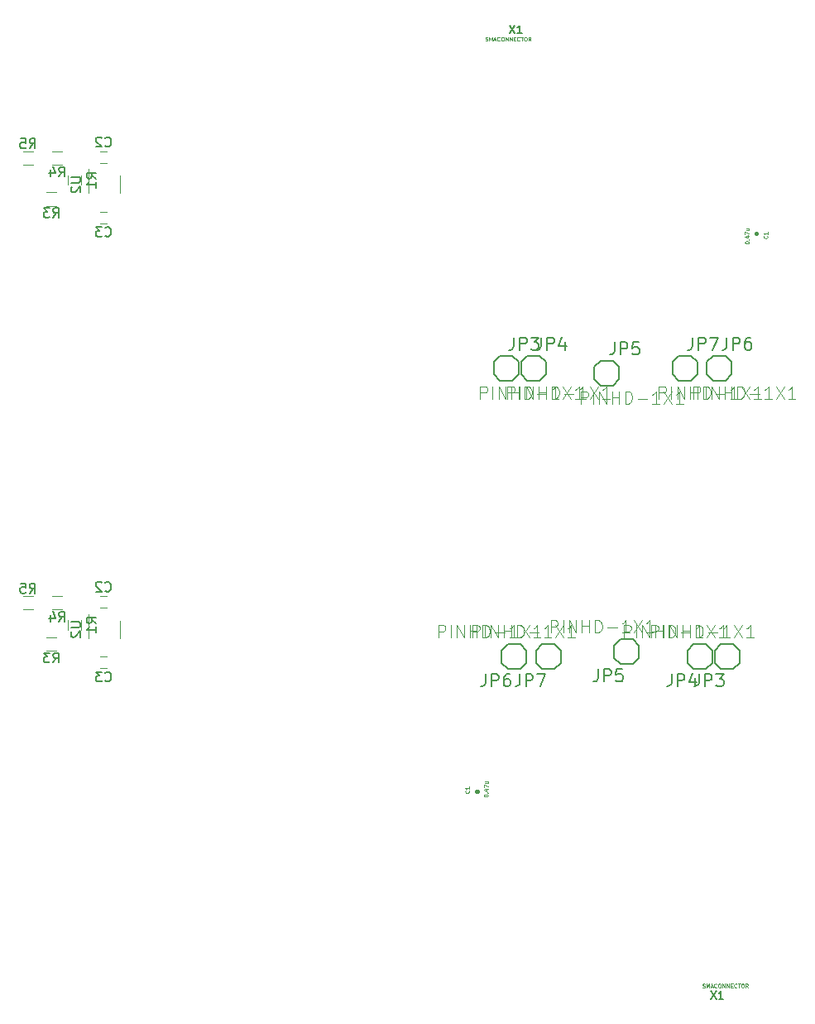
<source format=gbo>
G04 #@! TF.FileFunction,Legend,Bot*
%FSLAX46Y46*%
G04 Gerber Fmt 4.6, Leading zero omitted, Abs format (unit mm)*
G04 Created by KiCad (PCBNEW 4.0.6-e0-6349~53~ubuntu14.04.1) date Mon Apr 10 17:45:15 2017*
%MOMM*%
%LPD*%
G01*
G04 APERTURE LIST*
%ADD10C,0.100000*%
%ADD11C,0.120000*%
%ADD12C,0.381000*%
%ADD13C,0.152400*%
%ADD14C,0.150000*%
%ADD15C,0.025400*%
%ADD16C,0.127000*%
%ADD17C,0.101600*%
%ADD18C,0.050800*%
G04 APERTURE END LIST*
D10*
D11*
X122850000Y-63300000D02*
X122150000Y-63300000D01*
X122150000Y-64500000D02*
X122850000Y-64500000D01*
X122850000Y-69500000D02*
X122150000Y-69500000D01*
X122150000Y-70700000D02*
X122850000Y-70700000D01*
X120180000Y-66750000D02*
X120180000Y-65750000D01*
X118820000Y-65750000D02*
X118820000Y-66750000D01*
X117650000Y-67520000D02*
X116650000Y-67520000D01*
X116650000Y-68880000D02*
X117650000Y-68880000D01*
X118250000Y-63320000D02*
X117250000Y-63320000D01*
X117250000Y-64680000D02*
X118250000Y-64680000D01*
X115250000Y-63320000D02*
X114250000Y-63320000D01*
X114250000Y-64680000D02*
X115250000Y-64680000D01*
X120990000Y-67600000D02*
X120990000Y-65150000D01*
X124210000Y-65800000D02*
X124210000Y-67600000D01*
X122850000Y-108800000D02*
X122150000Y-108800000D01*
X122150000Y-110000000D02*
X122850000Y-110000000D01*
X122850000Y-115000000D02*
X122150000Y-115000000D01*
X122150000Y-116200000D02*
X122850000Y-116200000D01*
X120180000Y-112250000D02*
X120180000Y-111250000D01*
X118820000Y-111250000D02*
X118820000Y-112250000D01*
X117650000Y-113020000D02*
X116650000Y-113020000D01*
X116650000Y-114380000D02*
X117650000Y-114380000D01*
X118250000Y-108820000D02*
X117250000Y-108820000D01*
X117250000Y-110180000D02*
X118250000Y-110180000D01*
X115250000Y-108820000D02*
X114250000Y-108820000D01*
X114250000Y-110180000D02*
X115250000Y-110180000D01*
X120990000Y-113100000D02*
X120990000Y-110650000D01*
X124210000Y-111300000D02*
X124210000Y-113100000D01*
D12*
X189327940Y-71751640D02*
X189272060Y-71751640D01*
D13*
X163065000Y-84230000D02*
X164335000Y-84230000D01*
X164335000Y-84230000D02*
X164970000Y-84865000D01*
X164970000Y-84865000D02*
X164970000Y-86135000D01*
X164970000Y-86135000D02*
X164335000Y-86770000D01*
X162430000Y-84865000D02*
X162430000Y-86135000D01*
X163065000Y-84230000D02*
X162430000Y-84865000D01*
X162430000Y-86135000D02*
X163065000Y-86770000D01*
X164335000Y-86770000D02*
X163065000Y-86770000D01*
X165865000Y-84230000D02*
X167135000Y-84230000D01*
X167135000Y-84230000D02*
X167770000Y-84865000D01*
X167770000Y-84865000D02*
X167770000Y-86135000D01*
X167770000Y-86135000D02*
X167135000Y-86770000D01*
X165230000Y-84865000D02*
X165230000Y-86135000D01*
X165865000Y-84230000D02*
X165230000Y-84865000D01*
X165230000Y-86135000D02*
X165865000Y-86770000D01*
X167135000Y-86770000D02*
X165865000Y-86770000D01*
X173365000Y-84730000D02*
X174635000Y-84730000D01*
X174635000Y-84730000D02*
X175270000Y-85365000D01*
X175270000Y-85365000D02*
X175270000Y-86635000D01*
X175270000Y-86635000D02*
X174635000Y-87270000D01*
X172730000Y-85365000D02*
X172730000Y-86635000D01*
X173365000Y-84730000D02*
X172730000Y-85365000D01*
X172730000Y-86635000D02*
X173365000Y-87270000D01*
X174635000Y-87270000D02*
X173365000Y-87270000D01*
X184865000Y-84230000D02*
X186135000Y-84230000D01*
X186135000Y-84230000D02*
X186770000Y-84865000D01*
X186770000Y-84865000D02*
X186770000Y-86135000D01*
X186770000Y-86135000D02*
X186135000Y-86770000D01*
X184230000Y-84865000D02*
X184230000Y-86135000D01*
X184865000Y-84230000D02*
X184230000Y-84865000D01*
X184230000Y-86135000D02*
X184865000Y-86770000D01*
X186135000Y-86770000D02*
X184865000Y-86770000D01*
X181365000Y-84230000D02*
X182635000Y-84230000D01*
X182635000Y-84230000D02*
X183270000Y-84865000D01*
X183270000Y-84865000D02*
X183270000Y-86135000D01*
X183270000Y-86135000D02*
X182635000Y-86770000D01*
X180730000Y-84865000D02*
X180730000Y-86135000D01*
X181365000Y-84230000D02*
X180730000Y-84865000D01*
X180730000Y-86135000D02*
X181365000Y-86770000D01*
X182635000Y-86770000D02*
X181365000Y-86770000D01*
D12*
X160672060Y-128748360D02*
X160727940Y-128748360D01*
D13*
X186935000Y-116270000D02*
X185665000Y-116270000D01*
X185665000Y-116270000D02*
X185030000Y-115635000D01*
X185030000Y-115635000D02*
X185030000Y-114365000D01*
X185030000Y-114365000D02*
X185665000Y-113730000D01*
X187570000Y-115635000D02*
X187570000Y-114365000D01*
X186935000Y-116270000D02*
X187570000Y-115635000D01*
X187570000Y-114365000D02*
X186935000Y-113730000D01*
X185665000Y-113730000D02*
X186935000Y-113730000D01*
X184135000Y-116270000D02*
X182865000Y-116270000D01*
X182865000Y-116270000D02*
X182230000Y-115635000D01*
X182230000Y-115635000D02*
X182230000Y-114365000D01*
X182230000Y-114365000D02*
X182865000Y-113730000D01*
X184770000Y-115635000D02*
X184770000Y-114365000D01*
X184135000Y-116270000D02*
X184770000Y-115635000D01*
X184770000Y-114365000D02*
X184135000Y-113730000D01*
X182865000Y-113730000D02*
X184135000Y-113730000D01*
X176635000Y-115770000D02*
X175365000Y-115770000D01*
X175365000Y-115770000D02*
X174730000Y-115135000D01*
X174730000Y-115135000D02*
X174730000Y-113865000D01*
X174730000Y-113865000D02*
X175365000Y-113230000D01*
X177270000Y-115135000D02*
X177270000Y-113865000D01*
X176635000Y-115770000D02*
X177270000Y-115135000D01*
X177270000Y-113865000D02*
X176635000Y-113230000D01*
X175365000Y-113230000D02*
X176635000Y-113230000D01*
X165135000Y-116270000D02*
X163865000Y-116270000D01*
X163865000Y-116270000D02*
X163230000Y-115635000D01*
X163230000Y-115635000D02*
X163230000Y-114365000D01*
X163230000Y-114365000D02*
X163865000Y-113730000D01*
X165770000Y-115635000D02*
X165770000Y-114365000D01*
X165135000Y-116270000D02*
X165770000Y-115635000D01*
X165770000Y-114365000D02*
X165135000Y-113730000D01*
X163865000Y-113730000D02*
X165135000Y-113730000D01*
X168635000Y-116270000D02*
X167365000Y-116270000D01*
X167365000Y-116270000D02*
X166730000Y-115635000D01*
X166730000Y-115635000D02*
X166730000Y-114365000D01*
X166730000Y-114365000D02*
X167365000Y-113730000D01*
X169270000Y-115635000D02*
X169270000Y-114365000D01*
X168635000Y-116270000D02*
X169270000Y-115635000D01*
X169270000Y-114365000D02*
X168635000Y-113730000D01*
X167365000Y-113730000D02*
X168635000Y-113730000D01*
D14*
X122666666Y-62757143D02*
X122714285Y-62804762D01*
X122857142Y-62852381D01*
X122952380Y-62852381D01*
X123095238Y-62804762D01*
X123190476Y-62709524D01*
X123238095Y-62614286D01*
X123285714Y-62423810D01*
X123285714Y-62280952D01*
X123238095Y-62090476D01*
X123190476Y-61995238D01*
X123095238Y-61900000D01*
X122952380Y-61852381D01*
X122857142Y-61852381D01*
X122714285Y-61900000D01*
X122666666Y-61947619D01*
X122285714Y-61947619D02*
X122238095Y-61900000D01*
X122142857Y-61852381D01*
X121904761Y-61852381D01*
X121809523Y-61900000D01*
X121761904Y-61947619D01*
X121714285Y-62042857D01*
X121714285Y-62138095D01*
X121761904Y-62280952D01*
X122333333Y-62852381D01*
X121714285Y-62852381D01*
X122666666Y-71957143D02*
X122714285Y-72004762D01*
X122857142Y-72052381D01*
X122952380Y-72052381D01*
X123095238Y-72004762D01*
X123190476Y-71909524D01*
X123238095Y-71814286D01*
X123285714Y-71623810D01*
X123285714Y-71480952D01*
X123238095Y-71290476D01*
X123190476Y-71195238D01*
X123095238Y-71100000D01*
X122952380Y-71052381D01*
X122857142Y-71052381D01*
X122714285Y-71100000D01*
X122666666Y-71147619D01*
X122333333Y-71052381D02*
X121714285Y-71052381D01*
X122047619Y-71433333D01*
X121904761Y-71433333D01*
X121809523Y-71480952D01*
X121761904Y-71528571D01*
X121714285Y-71623810D01*
X121714285Y-71861905D01*
X121761904Y-71957143D01*
X121809523Y-72004762D01*
X121904761Y-72052381D01*
X122190476Y-72052381D01*
X122285714Y-72004762D01*
X122333333Y-71957143D01*
X121752381Y-66083334D02*
X121276190Y-65750000D01*
X121752381Y-65511905D02*
X120752381Y-65511905D01*
X120752381Y-65892858D01*
X120800000Y-65988096D01*
X120847619Y-66035715D01*
X120942857Y-66083334D01*
X121085714Y-66083334D01*
X121180952Y-66035715D01*
X121228571Y-65988096D01*
X121276190Y-65892858D01*
X121276190Y-65511905D01*
X121752381Y-67035715D02*
X121752381Y-66464286D01*
X121752381Y-66750000D02*
X120752381Y-66750000D01*
X120895238Y-66654762D01*
X120990476Y-66559524D01*
X121038095Y-66464286D01*
X117316666Y-70102381D02*
X117650000Y-69626190D01*
X117888095Y-70102381D02*
X117888095Y-69102381D01*
X117507142Y-69102381D01*
X117411904Y-69150000D01*
X117364285Y-69197619D01*
X117316666Y-69292857D01*
X117316666Y-69435714D01*
X117364285Y-69530952D01*
X117411904Y-69578571D01*
X117507142Y-69626190D01*
X117888095Y-69626190D01*
X116983333Y-69102381D02*
X116364285Y-69102381D01*
X116697619Y-69483333D01*
X116554761Y-69483333D01*
X116459523Y-69530952D01*
X116411904Y-69578571D01*
X116364285Y-69673810D01*
X116364285Y-69911905D01*
X116411904Y-70007143D01*
X116459523Y-70054762D01*
X116554761Y-70102381D01*
X116840476Y-70102381D01*
X116935714Y-70054762D01*
X116983333Y-70007143D01*
X117916666Y-65902381D02*
X118250000Y-65426190D01*
X118488095Y-65902381D02*
X118488095Y-64902381D01*
X118107142Y-64902381D01*
X118011904Y-64950000D01*
X117964285Y-64997619D01*
X117916666Y-65092857D01*
X117916666Y-65235714D01*
X117964285Y-65330952D01*
X118011904Y-65378571D01*
X118107142Y-65426190D01*
X118488095Y-65426190D01*
X117059523Y-65235714D02*
X117059523Y-65902381D01*
X117297619Y-64854762D02*
X117535714Y-65569048D01*
X116916666Y-65569048D01*
X114916666Y-63002381D02*
X115250000Y-62526190D01*
X115488095Y-63002381D02*
X115488095Y-62002381D01*
X115107142Y-62002381D01*
X115011904Y-62050000D01*
X114964285Y-62097619D01*
X114916666Y-62192857D01*
X114916666Y-62335714D01*
X114964285Y-62430952D01*
X115011904Y-62478571D01*
X115107142Y-62526190D01*
X115488095Y-62526190D01*
X114011904Y-62002381D02*
X114488095Y-62002381D01*
X114535714Y-62478571D01*
X114488095Y-62430952D01*
X114392857Y-62383333D01*
X114154761Y-62383333D01*
X114059523Y-62430952D01*
X114011904Y-62478571D01*
X113964285Y-62573810D01*
X113964285Y-62811905D01*
X114011904Y-62907143D01*
X114059523Y-62954762D01*
X114154761Y-63002381D01*
X114392857Y-63002381D01*
X114488095Y-62954762D01*
X114535714Y-62907143D01*
X119152381Y-65938095D02*
X119961905Y-65938095D01*
X120057143Y-65985714D01*
X120104762Y-66033333D01*
X120152381Y-66128571D01*
X120152381Y-66319048D01*
X120104762Y-66414286D01*
X120057143Y-66461905D01*
X119961905Y-66509524D01*
X119152381Y-66509524D01*
X119247619Y-66938095D02*
X119200000Y-66985714D01*
X119152381Y-67080952D01*
X119152381Y-67319048D01*
X119200000Y-67414286D01*
X119247619Y-67461905D01*
X119342857Y-67509524D01*
X119438095Y-67509524D01*
X119580952Y-67461905D01*
X120152381Y-66890476D01*
X120152381Y-67509524D01*
X122666666Y-108257143D02*
X122714285Y-108304762D01*
X122857142Y-108352381D01*
X122952380Y-108352381D01*
X123095238Y-108304762D01*
X123190476Y-108209524D01*
X123238095Y-108114286D01*
X123285714Y-107923810D01*
X123285714Y-107780952D01*
X123238095Y-107590476D01*
X123190476Y-107495238D01*
X123095238Y-107400000D01*
X122952380Y-107352381D01*
X122857142Y-107352381D01*
X122714285Y-107400000D01*
X122666666Y-107447619D01*
X122285714Y-107447619D02*
X122238095Y-107400000D01*
X122142857Y-107352381D01*
X121904761Y-107352381D01*
X121809523Y-107400000D01*
X121761904Y-107447619D01*
X121714285Y-107542857D01*
X121714285Y-107638095D01*
X121761904Y-107780952D01*
X122333333Y-108352381D01*
X121714285Y-108352381D01*
X122666666Y-117457143D02*
X122714285Y-117504762D01*
X122857142Y-117552381D01*
X122952380Y-117552381D01*
X123095238Y-117504762D01*
X123190476Y-117409524D01*
X123238095Y-117314286D01*
X123285714Y-117123810D01*
X123285714Y-116980952D01*
X123238095Y-116790476D01*
X123190476Y-116695238D01*
X123095238Y-116600000D01*
X122952380Y-116552381D01*
X122857142Y-116552381D01*
X122714285Y-116600000D01*
X122666666Y-116647619D01*
X122333333Y-116552381D02*
X121714285Y-116552381D01*
X122047619Y-116933333D01*
X121904761Y-116933333D01*
X121809523Y-116980952D01*
X121761904Y-117028571D01*
X121714285Y-117123810D01*
X121714285Y-117361905D01*
X121761904Y-117457143D01*
X121809523Y-117504762D01*
X121904761Y-117552381D01*
X122190476Y-117552381D01*
X122285714Y-117504762D01*
X122333333Y-117457143D01*
X121752381Y-111583334D02*
X121276190Y-111250000D01*
X121752381Y-111011905D02*
X120752381Y-111011905D01*
X120752381Y-111392858D01*
X120800000Y-111488096D01*
X120847619Y-111535715D01*
X120942857Y-111583334D01*
X121085714Y-111583334D01*
X121180952Y-111535715D01*
X121228571Y-111488096D01*
X121276190Y-111392858D01*
X121276190Y-111011905D01*
X121752381Y-112535715D02*
X121752381Y-111964286D01*
X121752381Y-112250000D02*
X120752381Y-112250000D01*
X120895238Y-112154762D01*
X120990476Y-112059524D01*
X121038095Y-111964286D01*
X117316666Y-115602381D02*
X117650000Y-115126190D01*
X117888095Y-115602381D02*
X117888095Y-114602381D01*
X117507142Y-114602381D01*
X117411904Y-114650000D01*
X117364285Y-114697619D01*
X117316666Y-114792857D01*
X117316666Y-114935714D01*
X117364285Y-115030952D01*
X117411904Y-115078571D01*
X117507142Y-115126190D01*
X117888095Y-115126190D01*
X116983333Y-114602381D02*
X116364285Y-114602381D01*
X116697619Y-114983333D01*
X116554761Y-114983333D01*
X116459523Y-115030952D01*
X116411904Y-115078571D01*
X116364285Y-115173810D01*
X116364285Y-115411905D01*
X116411904Y-115507143D01*
X116459523Y-115554762D01*
X116554761Y-115602381D01*
X116840476Y-115602381D01*
X116935714Y-115554762D01*
X116983333Y-115507143D01*
X117916666Y-111402381D02*
X118250000Y-110926190D01*
X118488095Y-111402381D02*
X118488095Y-110402381D01*
X118107142Y-110402381D01*
X118011904Y-110450000D01*
X117964285Y-110497619D01*
X117916666Y-110592857D01*
X117916666Y-110735714D01*
X117964285Y-110830952D01*
X118011904Y-110878571D01*
X118107142Y-110926190D01*
X118488095Y-110926190D01*
X117059523Y-110735714D02*
X117059523Y-111402381D01*
X117297619Y-110354762D02*
X117535714Y-111069048D01*
X116916666Y-111069048D01*
X114916666Y-108502381D02*
X115250000Y-108026190D01*
X115488095Y-108502381D02*
X115488095Y-107502381D01*
X115107142Y-107502381D01*
X115011904Y-107550000D01*
X114964285Y-107597619D01*
X114916666Y-107692857D01*
X114916666Y-107835714D01*
X114964285Y-107930952D01*
X115011904Y-107978571D01*
X115107142Y-108026190D01*
X115488095Y-108026190D01*
X114011904Y-107502381D02*
X114488095Y-107502381D01*
X114535714Y-107978571D01*
X114488095Y-107930952D01*
X114392857Y-107883333D01*
X114154761Y-107883333D01*
X114059523Y-107930952D01*
X114011904Y-107978571D01*
X113964285Y-108073810D01*
X113964285Y-108311905D01*
X114011904Y-108407143D01*
X114059523Y-108454762D01*
X114154761Y-108502381D01*
X114392857Y-108502381D01*
X114488095Y-108454762D01*
X114535714Y-108407143D01*
X119152381Y-111438095D02*
X119961905Y-111438095D01*
X120057143Y-111485714D01*
X120104762Y-111533333D01*
X120152381Y-111628571D01*
X120152381Y-111819048D01*
X120104762Y-111914286D01*
X120057143Y-111961905D01*
X119961905Y-112009524D01*
X119152381Y-112009524D01*
X119247619Y-112438095D02*
X119200000Y-112485714D01*
X119152381Y-112580952D01*
X119152381Y-112819048D01*
X119200000Y-112914286D01*
X119247619Y-112961905D01*
X119342857Y-113009524D01*
X119438095Y-113009524D01*
X119580952Y-112961905D01*
X120152381Y-112390476D01*
X120152381Y-113009524D01*
D15*
X190410343Y-71946374D02*
X190429695Y-71965726D01*
X190449048Y-72023783D01*
X190449048Y-72062488D01*
X190429695Y-72120545D01*
X190390990Y-72159250D01*
X190352286Y-72178602D01*
X190274876Y-72197954D01*
X190216819Y-72197954D01*
X190139410Y-72178602D01*
X190100705Y-72159250D01*
X190062000Y-72120545D01*
X190042648Y-72062488D01*
X190042648Y-72023783D01*
X190062000Y-71965726D01*
X190081352Y-71946374D01*
X190449048Y-71559326D02*
X190449048Y-71791554D01*
X190449048Y-71675440D02*
X190042648Y-71675440D01*
X190100705Y-71714145D01*
X190139410Y-71752850D01*
X190158762Y-71791554D01*
X188137648Y-72641850D02*
X188137648Y-72603145D01*
X188157000Y-72564440D01*
X188176352Y-72545088D01*
X188215057Y-72525735D01*
X188292467Y-72506383D01*
X188389229Y-72506383D01*
X188466638Y-72525735D01*
X188505343Y-72545088D01*
X188524695Y-72564440D01*
X188544048Y-72603145D01*
X188544048Y-72641850D01*
X188524695Y-72680554D01*
X188505343Y-72699907D01*
X188466638Y-72719259D01*
X188389229Y-72738611D01*
X188292467Y-72738611D01*
X188215057Y-72719259D01*
X188176352Y-72699907D01*
X188157000Y-72680554D01*
X188137648Y-72641850D01*
X188505343Y-72332211D02*
X188524695Y-72312859D01*
X188544048Y-72332211D01*
X188524695Y-72351563D01*
X188505343Y-72332211D01*
X188544048Y-72332211D01*
X188273114Y-71964516D02*
X188544048Y-71964516D01*
X188118295Y-72061278D02*
X188408581Y-72158039D01*
X188408581Y-71906459D01*
X188137648Y-71790344D02*
X188137648Y-71519411D01*
X188544048Y-71693582D01*
X188273114Y-71190420D02*
X188544048Y-71190420D01*
X188273114Y-71364591D02*
X188485990Y-71364591D01*
X188524695Y-71345239D01*
X188544048Y-71306534D01*
X188544048Y-71248477D01*
X188524695Y-71209772D01*
X188505343Y-71190420D01*
D16*
X164470467Y-82340724D02*
X164470467Y-83247867D01*
X164409991Y-83429295D01*
X164289039Y-83550248D01*
X164107610Y-83610724D01*
X163986658Y-83610724D01*
X165075229Y-83610724D02*
X165075229Y-82340724D01*
X165559038Y-82340724D01*
X165679991Y-82401200D01*
X165740467Y-82461676D01*
X165800943Y-82582629D01*
X165800943Y-82764057D01*
X165740467Y-82885010D01*
X165679991Y-82945486D01*
X165559038Y-83005962D01*
X165075229Y-83005962D01*
X166224277Y-82340724D02*
X167010467Y-82340724D01*
X166587134Y-82824533D01*
X166768562Y-82824533D01*
X166889515Y-82885010D01*
X166949991Y-82945486D01*
X167010467Y-83066438D01*
X167010467Y-83368819D01*
X166949991Y-83489771D01*
X166889515Y-83550248D01*
X166768562Y-83610724D01*
X166405705Y-83610724D01*
X166284753Y-83550248D01*
X166224277Y-83489771D01*
D17*
X161039048Y-88614524D02*
X161039048Y-87344524D01*
X161522857Y-87344524D01*
X161643810Y-87405000D01*
X161704286Y-87465476D01*
X161764762Y-87586429D01*
X161764762Y-87767857D01*
X161704286Y-87888810D01*
X161643810Y-87949286D01*
X161522857Y-88009762D01*
X161039048Y-88009762D01*
X162309048Y-88614524D02*
X162309048Y-87344524D01*
X162913810Y-88614524D02*
X162913810Y-87344524D01*
X163639524Y-88614524D01*
X163639524Y-87344524D01*
X164244286Y-88614524D02*
X164244286Y-87344524D01*
X164244286Y-87949286D02*
X164970000Y-87949286D01*
X164970000Y-88614524D02*
X164970000Y-87344524D01*
X165574762Y-88614524D02*
X165574762Y-87344524D01*
X165877143Y-87344524D01*
X166058571Y-87405000D01*
X166179524Y-87525952D01*
X166240000Y-87646905D01*
X166300476Y-87888810D01*
X166300476Y-88070238D01*
X166240000Y-88312143D01*
X166179524Y-88433095D01*
X166058571Y-88554048D01*
X165877143Y-88614524D01*
X165574762Y-88614524D01*
X166844762Y-88130714D02*
X167812381Y-88130714D01*
X169082381Y-88614524D02*
X168356667Y-88614524D01*
X168719524Y-88614524D02*
X168719524Y-87344524D01*
X168598572Y-87525952D01*
X168477619Y-87646905D01*
X168356667Y-87707381D01*
X169505715Y-87344524D02*
X170352381Y-88614524D01*
X170352381Y-87344524D02*
X169505715Y-88614524D01*
X171501429Y-88614524D02*
X170775715Y-88614524D01*
X171138572Y-88614524D02*
X171138572Y-87344524D01*
X171017620Y-87525952D01*
X170896667Y-87646905D01*
X170775715Y-87707381D01*
D16*
X167270467Y-82340724D02*
X167270467Y-83247867D01*
X167209991Y-83429295D01*
X167089039Y-83550248D01*
X166907610Y-83610724D01*
X166786658Y-83610724D01*
X167875229Y-83610724D02*
X167875229Y-82340724D01*
X168359038Y-82340724D01*
X168479991Y-82401200D01*
X168540467Y-82461676D01*
X168600943Y-82582629D01*
X168600943Y-82764057D01*
X168540467Y-82885010D01*
X168479991Y-82945486D01*
X168359038Y-83005962D01*
X167875229Y-83005962D01*
X169689515Y-82764057D02*
X169689515Y-83610724D01*
X169387134Y-82280248D02*
X169084753Y-83187390D01*
X169870943Y-83187390D01*
D17*
X163839048Y-88614524D02*
X163839048Y-87344524D01*
X164322857Y-87344524D01*
X164443810Y-87405000D01*
X164504286Y-87465476D01*
X164564762Y-87586429D01*
X164564762Y-87767857D01*
X164504286Y-87888810D01*
X164443810Y-87949286D01*
X164322857Y-88009762D01*
X163839048Y-88009762D01*
X165109048Y-88614524D02*
X165109048Y-87344524D01*
X165713810Y-88614524D02*
X165713810Y-87344524D01*
X166439524Y-88614524D01*
X166439524Y-87344524D01*
X167044286Y-88614524D02*
X167044286Y-87344524D01*
X167044286Y-87949286D02*
X167770000Y-87949286D01*
X167770000Y-88614524D02*
X167770000Y-87344524D01*
X168374762Y-88614524D02*
X168374762Y-87344524D01*
X168677143Y-87344524D01*
X168858571Y-87405000D01*
X168979524Y-87525952D01*
X169040000Y-87646905D01*
X169100476Y-87888810D01*
X169100476Y-88070238D01*
X169040000Y-88312143D01*
X168979524Y-88433095D01*
X168858571Y-88554048D01*
X168677143Y-88614524D01*
X168374762Y-88614524D01*
X169644762Y-88130714D02*
X170612381Y-88130714D01*
X171882381Y-88614524D02*
X171156667Y-88614524D01*
X171519524Y-88614524D02*
X171519524Y-87344524D01*
X171398572Y-87525952D01*
X171277619Y-87646905D01*
X171156667Y-87707381D01*
X172305715Y-87344524D02*
X173152381Y-88614524D01*
X173152381Y-87344524D02*
X172305715Y-88614524D01*
X174301429Y-88614524D02*
X173575715Y-88614524D01*
X173938572Y-88614524D02*
X173938572Y-87344524D01*
X173817620Y-87525952D01*
X173696667Y-87646905D01*
X173575715Y-87707381D01*
D16*
X174770467Y-82840724D02*
X174770467Y-83747867D01*
X174709991Y-83929295D01*
X174589039Y-84050248D01*
X174407610Y-84110724D01*
X174286658Y-84110724D01*
X175375229Y-84110724D02*
X175375229Y-82840724D01*
X175859038Y-82840724D01*
X175979991Y-82901200D01*
X176040467Y-82961676D01*
X176100943Y-83082629D01*
X176100943Y-83264057D01*
X176040467Y-83385010D01*
X175979991Y-83445486D01*
X175859038Y-83505962D01*
X175375229Y-83505962D01*
X177249991Y-82840724D02*
X176645229Y-82840724D01*
X176584753Y-83445486D01*
X176645229Y-83385010D01*
X176766181Y-83324533D01*
X177068562Y-83324533D01*
X177189515Y-83385010D01*
X177249991Y-83445486D01*
X177310467Y-83566438D01*
X177310467Y-83868819D01*
X177249991Y-83989771D01*
X177189515Y-84050248D01*
X177068562Y-84110724D01*
X176766181Y-84110724D01*
X176645229Y-84050248D01*
X176584753Y-83989771D01*
D17*
X171339048Y-89114524D02*
X171339048Y-87844524D01*
X171822857Y-87844524D01*
X171943810Y-87905000D01*
X172004286Y-87965476D01*
X172064762Y-88086429D01*
X172064762Y-88267857D01*
X172004286Y-88388810D01*
X171943810Y-88449286D01*
X171822857Y-88509762D01*
X171339048Y-88509762D01*
X172609048Y-89114524D02*
X172609048Y-87844524D01*
X173213810Y-89114524D02*
X173213810Y-87844524D01*
X173939524Y-89114524D01*
X173939524Y-87844524D01*
X174544286Y-89114524D02*
X174544286Y-87844524D01*
X174544286Y-88449286D02*
X175270000Y-88449286D01*
X175270000Y-89114524D02*
X175270000Y-87844524D01*
X175874762Y-89114524D02*
X175874762Y-87844524D01*
X176177143Y-87844524D01*
X176358571Y-87905000D01*
X176479524Y-88025952D01*
X176540000Y-88146905D01*
X176600476Y-88388810D01*
X176600476Y-88570238D01*
X176540000Y-88812143D01*
X176479524Y-88933095D01*
X176358571Y-89054048D01*
X176177143Y-89114524D01*
X175874762Y-89114524D01*
X177144762Y-88630714D02*
X178112381Y-88630714D01*
X179382381Y-89114524D02*
X178656667Y-89114524D01*
X179019524Y-89114524D02*
X179019524Y-87844524D01*
X178898572Y-88025952D01*
X178777619Y-88146905D01*
X178656667Y-88207381D01*
X179805715Y-87844524D02*
X180652381Y-89114524D01*
X180652381Y-87844524D02*
X179805715Y-89114524D01*
X181801429Y-89114524D02*
X181075715Y-89114524D01*
X181438572Y-89114524D02*
X181438572Y-87844524D01*
X181317620Y-88025952D01*
X181196667Y-88146905D01*
X181075715Y-88207381D01*
D16*
X186270467Y-82340724D02*
X186270467Y-83247867D01*
X186209991Y-83429295D01*
X186089039Y-83550248D01*
X185907610Y-83610724D01*
X185786658Y-83610724D01*
X186875229Y-83610724D02*
X186875229Y-82340724D01*
X187359038Y-82340724D01*
X187479991Y-82401200D01*
X187540467Y-82461676D01*
X187600943Y-82582629D01*
X187600943Y-82764057D01*
X187540467Y-82885010D01*
X187479991Y-82945486D01*
X187359038Y-83005962D01*
X186875229Y-83005962D01*
X188689515Y-82340724D02*
X188447610Y-82340724D01*
X188326658Y-82401200D01*
X188266181Y-82461676D01*
X188145229Y-82643105D01*
X188084753Y-82885010D01*
X188084753Y-83368819D01*
X188145229Y-83489771D01*
X188205705Y-83550248D01*
X188326658Y-83610724D01*
X188568562Y-83610724D01*
X188689515Y-83550248D01*
X188749991Y-83489771D01*
X188810467Y-83368819D01*
X188810467Y-83066438D01*
X188749991Y-82945486D01*
X188689515Y-82885010D01*
X188568562Y-82824533D01*
X188326658Y-82824533D01*
X188205705Y-82885010D01*
X188145229Y-82945486D01*
X188084753Y-83066438D01*
D17*
X182839048Y-88614524D02*
X182839048Y-87344524D01*
X183322857Y-87344524D01*
X183443810Y-87405000D01*
X183504286Y-87465476D01*
X183564762Y-87586429D01*
X183564762Y-87767857D01*
X183504286Y-87888810D01*
X183443810Y-87949286D01*
X183322857Y-88009762D01*
X182839048Y-88009762D01*
X184109048Y-88614524D02*
X184109048Y-87344524D01*
X184713810Y-88614524D02*
X184713810Y-87344524D01*
X185439524Y-88614524D01*
X185439524Y-87344524D01*
X186044286Y-88614524D02*
X186044286Y-87344524D01*
X186044286Y-87949286D02*
X186770000Y-87949286D01*
X186770000Y-88614524D02*
X186770000Y-87344524D01*
X187374762Y-88614524D02*
X187374762Y-87344524D01*
X187677143Y-87344524D01*
X187858571Y-87405000D01*
X187979524Y-87525952D01*
X188040000Y-87646905D01*
X188100476Y-87888810D01*
X188100476Y-88070238D01*
X188040000Y-88312143D01*
X187979524Y-88433095D01*
X187858571Y-88554048D01*
X187677143Y-88614524D01*
X187374762Y-88614524D01*
X188644762Y-88130714D02*
X189612381Y-88130714D01*
X190882381Y-88614524D02*
X190156667Y-88614524D01*
X190519524Y-88614524D02*
X190519524Y-87344524D01*
X190398572Y-87525952D01*
X190277619Y-87646905D01*
X190156667Y-87707381D01*
X191305715Y-87344524D02*
X192152381Y-88614524D01*
X192152381Y-87344524D02*
X191305715Y-88614524D01*
X193301429Y-88614524D02*
X192575715Y-88614524D01*
X192938572Y-88614524D02*
X192938572Y-87344524D01*
X192817620Y-87525952D01*
X192696667Y-87646905D01*
X192575715Y-87707381D01*
D16*
X182770467Y-82340724D02*
X182770467Y-83247867D01*
X182709991Y-83429295D01*
X182589039Y-83550248D01*
X182407610Y-83610724D01*
X182286658Y-83610724D01*
X183375229Y-83610724D02*
X183375229Y-82340724D01*
X183859038Y-82340724D01*
X183979991Y-82401200D01*
X184040467Y-82461676D01*
X184100943Y-82582629D01*
X184100943Y-82764057D01*
X184040467Y-82885010D01*
X183979991Y-82945486D01*
X183859038Y-83005962D01*
X183375229Y-83005962D01*
X184524277Y-82340724D02*
X185370943Y-82340724D01*
X184826658Y-83610724D01*
D17*
X179339048Y-88614524D02*
X179339048Y-87344524D01*
X179822857Y-87344524D01*
X179943810Y-87405000D01*
X180004286Y-87465476D01*
X180064762Y-87586429D01*
X180064762Y-87767857D01*
X180004286Y-87888810D01*
X179943810Y-87949286D01*
X179822857Y-88009762D01*
X179339048Y-88009762D01*
X180609048Y-88614524D02*
X180609048Y-87344524D01*
X181213810Y-88614524D02*
X181213810Y-87344524D01*
X181939524Y-88614524D01*
X181939524Y-87344524D01*
X182544286Y-88614524D02*
X182544286Y-87344524D01*
X182544286Y-87949286D02*
X183270000Y-87949286D01*
X183270000Y-88614524D02*
X183270000Y-87344524D01*
X183874762Y-88614524D02*
X183874762Y-87344524D01*
X184177143Y-87344524D01*
X184358571Y-87405000D01*
X184479524Y-87525952D01*
X184540000Y-87646905D01*
X184600476Y-87888810D01*
X184600476Y-88070238D01*
X184540000Y-88312143D01*
X184479524Y-88433095D01*
X184358571Y-88554048D01*
X184177143Y-88614524D01*
X183874762Y-88614524D01*
X185144762Y-88130714D02*
X186112381Y-88130714D01*
X187382381Y-88614524D02*
X186656667Y-88614524D01*
X187019524Y-88614524D02*
X187019524Y-87344524D01*
X186898572Y-87525952D01*
X186777619Y-87646905D01*
X186656667Y-87707381D01*
X187805715Y-87344524D02*
X188652381Y-88614524D01*
X188652381Y-87344524D02*
X187805715Y-88614524D01*
X189801429Y-88614524D02*
X189075715Y-88614524D01*
X189438572Y-88614524D02*
X189438572Y-87344524D01*
X189317620Y-87525952D01*
X189196667Y-87646905D01*
X189075715Y-87707381D01*
D13*
X164042019Y-50422495D02*
X164583886Y-51235295D01*
X164583886Y-50422495D02*
X164042019Y-51235295D01*
X165319276Y-51235295D02*
X164854819Y-51235295D01*
X165087048Y-51235295D02*
X165087048Y-50422495D01*
X165009638Y-50538610D01*
X164932229Y-50616019D01*
X164854819Y-50654724D01*
D18*
X161564916Y-51997295D02*
X161622973Y-52016648D01*
X161719735Y-52016648D01*
X161758439Y-51997295D01*
X161777792Y-51977943D01*
X161797144Y-51939238D01*
X161797144Y-51900533D01*
X161777792Y-51861829D01*
X161758439Y-51842476D01*
X161719735Y-51823124D01*
X161642325Y-51803771D01*
X161603620Y-51784419D01*
X161584268Y-51765067D01*
X161564916Y-51726362D01*
X161564916Y-51687657D01*
X161584268Y-51648952D01*
X161603620Y-51629600D01*
X161642325Y-51610248D01*
X161739087Y-51610248D01*
X161797144Y-51629600D01*
X161971316Y-52016648D02*
X161971316Y-51610248D01*
X162106783Y-51900533D01*
X162242249Y-51610248D01*
X162242249Y-52016648D01*
X162416421Y-51900533D02*
X162609944Y-51900533D01*
X162377716Y-52016648D02*
X162513182Y-51610248D01*
X162648649Y-52016648D01*
X163016344Y-51977943D02*
X162996992Y-51997295D01*
X162938935Y-52016648D01*
X162900230Y-52016648D01*
X162842173Y-51997295D01*
X162803468Y-51958590D01*
X162784116Y-51919886D01*
X162764764Y-51842476D01*
X162764764Y-51784419D01*
X162784116Y-51707010D01*
X162803468Y-51668305D01*
X162842173Y-51629600D01*
X162900230Y-51610248D01*
X162938935Y-51610248D01*
X162996992Y-51629600D01*
X163016344Y-51648952D01*
X163267925Y-51610248D02*
X163345335Y-51610248D01*
X163384040Y-51629600D01*
X163422744Y-51668305D01*
X163442097Y-51745714D01*
X163442097Y-51881181D01*
X163422744Y-51958590D01*
X163384040Y-51997295D01*
X163345335Y-52016648D01*
X163267925Y-52016648D01*
X163229221Y-51997295D01*
X163190516Y-51958590D01*
X163171164Y-51881181D01*
X163171164Y-51745714D01*
X163190516Y-51668305D01*
X163229221Y-51629600D01*
X163267925Y-51610248D01*
X163616268Y-52016648D02*
X163616268Y-51610248D01*
X163848496Y-52016648D01*
X163848496Y-51610248D01*
X164042020Y-52016648D02*
X164042020Y-51610248D01*
X164274248Y-52016648D01*
X164274248Y-51610248D01*
X164467772Y-51803771D02*
X164603239Y-51803771D01*
X164661296Y-52016648D02*
X164467772Y-52016648D01*
X164467772Y-51610248D01*
X164661296Y-51610248D01*
X165067695Y-51977943D02*
X165048343Y-51997295D01*
X164990286Y-52016648D01*
X164951581Y-52016648D01*
X164893524Y-51997295D01*
X164854819Y-51958590D01*
X164835467Y-51919886D01*
X164816115Y-51842476D01*
X164816115Y-51784419D01*
X164835467Y-51707010D01*
X164854819Y-51668305D01*
X164893524Y-51629600D01*
X164951581Y-51610248D01*
X164990286Y-51610248D01*
X165048343Y-51629600D01*
X165067695Y-51648952D01*
X165183810Y-51610248D02*
X165416038Y-51610248D01*
X165299924Y-52016648D02*
X165299924Y-51610248D01*
X165628914Y-51610248D02*
X165706324Y-51610248D01*
X165745029Y-51629600D01*
X165783733Y-51668305D01*
X165803086Y-51745714D01*
X165803086Y-51881181D01*
X165783733Y-51958590D01*
X165745029Y-51997295D01*
X165706324Y-52016648D01*
X165628914Y-52016648D01*
X165590210Y-51997295D01*
X165551505Y-51958590D01*
X165532153Y-51881181D01*
X165532153Y-51745714D01*
X165551505Y-51668305D01*
X165590210Y-51629600D01*
X165628914Y-51610248D01*
X166209485Y-52016648D02*
X166074019Y-51823124D01*
X165977257Y-52016648D02*
X165977257Y-51610248D01*
X166132076Y-51610248D01*
X166170781Y-51629600D01*
X166190133Y-51648952D01*
X166209485Y-51687657D01*
X166209485Y-51745714D01*
X166190133Y-51784419D01*
X166170781Y-51803771D01*
X166132076Y-51823124D01*
X165977257Y-51823124D01*
D15*
X159879943Y-128689094D02*
X159899295Y-128708446D01*
X159918648Y-128766503D01*
X159918648Y-128805208D01*
X159899295Y-128863265D01*
X159860590Y-128901970D01*
X159821886Y-128921322D01*
X159744476Y-128940674D01*
X159686419Y-128940674D01*
X159609010Y-128921322D01*
X159570305Y-128901970D01*
X159531600Y-128863265D01*
X159512248Y-128805208D01*
X159512248Y-128766503D01*
X159531600Y-128708446D01*
X159550952Y-128689094D01*
X159918648Y-128302046D02*
X159918648Y-128534274D01*
X159918648Y-128418160D02*
X159512248Y-128418160D01*
X159570305Y-128456865D01*
X159609010Y-128495570D01*
X159628362Y-128534274D01*
X161417248Y-129232170D02*
X161417248Y-129193465D01*
X161436600Y-129154760D01*
X161455952Y-129135408D01*
X161494657Y-129116055D01*
X161572067Y-129096703D01*
X161668829Y-129096703D01*
X161746238Y-129116055D01*
X161784943Y-129135408D01*
X161804295Y-129154760D01*
X161823648Y-129193465D01*
X161823648Y-129232170D01*
X161804295Y-129270874D01*
X161784943Y-129290227D01*
X161746238Y-129309579D01*
X161668829Y-129328931D01*
X161572067Y-129328931D01*
X161494657Y-129309579D01*
X161455952Y-129290227D01*
X161436600Y-129270874D01*
X161417248Y-129232170D01*
X161784943Y-128922531D02*
X161804295Y-128903179D01*
X161823648Y-128922531D01*
X161804295Y-128941883D01*
X161784943Y-128922531D01*
X161823648Y-128922531D01*
X161552714Y-128554836D02*
X161823648Y-128554836D01*
X161397895Y-128651598D02*
X161688181Y-128748359D01*
X161688181Y-128496779D01*
X161417248Y-128380664D02*
X161417248Y-128109731D01*
X161823648Y-128283902D01*
X161552714Y-127780740D02*
X161823648Y-127780740D01*
X161552714Y-127954911D02*
X161765590Y-127954911D01*
X161804295Y-127935559D01*
X161823648Y-127896854D01*
X161823648Y-127838797D01*
X161804295Y-127800092D01*
X161784943Y-127780740D01*
D16*
X183412867Y-116768324D02*
X183412867Y-117675467D01*
X183352391Y-117856895D01*
X183231439Y-117977848D01*
X183050010Y-118038324D01*
X182929058Y-118038324D01*
X184017629Y-118038324D02*
X184017629Y-116768324D01*
X184501438Y-116768324D01*
X184622391Y-116828800D01*
X184682867Y-116889276D01*
X184743343Y-117010229D01*
X184743343Y-117191657D01*
X184682867Y-117312610D01*
X184622391Y-117373086D01*
X184501438Y-117433562D01*
X184017629Y-117433562D01*
X185166677Y-116768324D02*
X185952867Y-116768324D01*
X185529534Y-117252133D01*
X185710962Y-117252133D01*
X185831915Y-117312610D01*
X185892391Y-117373086D01*
X185952867Y-117494038D01*
X185952867Y-117796419D01*
X185892391Y-117917371D01*
X185831915Y-117977848D01*
X185710962Y-118038324D01*
X185348105Y-118038324D01*
X185227153Y-117977848D01*
X185166677Y-117917371D01*
D17*
X178559048Y-113034524D02*
X178559048Y-111764524D01*
X179042857Y-111764524D01*
X179163810Y-111825000D01*
X179224286Y-111885476D01*
X179284762Y-112006429D01*
X179284762Y-112187857D01*
X179224286Y-112308810D01*
X179163810Y-112369286D01*
X179042857Y-112429762D01*
X178559048Y-112429762D01*
X179829048Y-113034524D02*
X179829048Y-111764524D01*
X180433810Y-113034524D02*
X180433810Y-111764524D01*
X181159524Y-113034524D01*
X181159524Y-111764524D01*
X181764286Y-113034524D02*
X181764286Y-111764524D01*
X181764286Y-112369286D02*
X182490000Y-112369286D01*
X182490000Y-113034524D02*
X182490000Y-111764524D01*
X183094762Y-113034524D02*
X183094762Y-111764524D01*
X183397143Y-111764524D01*
X183578571Y-111825000D01*
X183699524Y-111945952D01*
X183760000Y-112066905D01*
X183820476Y-112308810D01*
X183820476Y-112490238D01*
X183760000Y-112732143D01*
X183699524Y-112853095D01*
X183578571Y-112974048D01*
X183397143Y-113034524D01*
X183094762Y-113034524D01*
X184364762Y-112550714D02*
X185332381Y-112550714D01*
X186602381Y-113034524D02*
X185876667Y-113034524D01*
X186239524Y-113034524D02*
X186239524Y-111764524D01*
X186118572Y-111945952D01*
X185997619Y-112066905D01*
X185876667Y-112127381D01*
X187025715Y-111764524D02*
X187872381Y-113034524D01*
X187872381Y-111764524D02*
X187025715Y-113034524D01*
X189021429Y-113034524D02*
X188295715Y-113034524D01*
X188658572Y-113034524D02*
X188658572Y-111764524D01*
X188537620Y-111945952D01*
X188416667Y-112066905D01*
X188295715Y-112127381D01*
D16*
X180612867Y-116768324D02*
X180612867Y-117675467D01*
X180552391Y-117856895D01*
X180431439Y-117977848D01*
X180250010Y-118038324D01*
X180129058Y-118038324D01*
X181217629Y-118038324D02*
X181217629Y-116768324D01*
X181701438Y-116768324D01*
X181822391Y-116828800D01*
X181882867Y-116889276D01*
X181943343Y-117010229D01*
X181943343Y-117191657D01*
X181882867Y-117312610D01*
X181822391Y-117373086D01*
X181701438Y-117433562D01*
X181217629Y-117433562D01*
X183031915Y-117191657D02*
X183031915Y-118038324D01*
X182729534Y-116707848D02*
X182427153Y-117614990D01*
X183213343Y-117614990D01*
D17*
X175759048Y-113034524D02*
X175759048Y-111764524D01*
X176242857Y-111764524D01*
X176363810Y-111825000D01*
X176424286Y-111885476D01*
X176484762Y-112006429D01*
X176484762Y-112187857D01*
X176424286Y-112308810D01*
X176363810Y-112369286D01*
X176242857Y-112429762D01*
X175759048Y-112429762D01*
X177029048Y-113034524D02*
X177029048Y-111764524D01*
X177633810Y-113034524D02*
X177633810Y-111764524D01*
X178359524Y-113034524D01*
X178359524Y-111764524D01*
X178964286Y-113034524D02*
X178964286Y-111764524D01*
X178964286Y-112369286D02*
X179690000Y-112369286D01*
X179690000Y-113034524D02*
X179690000Y-111764524D01*
X180294762Y-113034524D02*
X180294762Y-111764524D01*
X180597143Y-111764524D01*
X180778571Y-111825000D01*
X180899524Y-111945952D01*
X180960000Y-112066905D01*
X181020476Y-112308810D01*
X181020476Y-112490238D01*
X180960000Y-112732143D01*
X180899524Y-112853095D01*
X180778571Y-112974048D01*
X180597143Y-113034524D01*
X180294762Y-113034524D01*
X181564762Y-112550714D02*
X182532381Y-112550714D01*
X183802381Y-113034524D02*
X183076667Y-113034524D01*
X183439524Y-113034524D02*
X183439524Y-111764524D01*
X183318572Y-111945952D01*
X183197619Y-112066905D01*
X183076667Y-112127381D01*
X184225715Y-111764524D02*
X185072381Y-113034524D01*
X185072381Y-111764524D02*
X184225715Y-113034524D01*
X186221429Y-113034524D02*
X185495715Y-113034524D01*
X185858572Y-113034524D02*
X185858572Y-111764524D01*
X185737620Y-111945952D01*
X185616667Y-112066905D01*
X185495715Y-112127381D01*
D16*
X173112867Y-116268324D02*
X173112867Y-117175467D01*
X173052391Y-117356895D01*
X172931439Y-117477848D01*
X172750010Y-117538324D01*
X172629058Y-117538324D01*
X173717629Y-117538324D02*
X173717629Y-116268324D01*
X174201438Y-116268324D01*
X174322391Y-116328800D01*
X174382867Y-116389276D01*
X174443343Y-116510229D01*
X174443343Y-116691657D01*
X174382867Y-116812610D01*
X174322391Y-116873086D01*
X174201438Y-116933562D01*
X173717629Y-116933562D01*
X175592391Y-116268324D02*
X174987629Y-116268324D01*
X174927153Y-116873086D01*
X174987629Y-116812610D01*
X175108581Y-116752133D01*
X175410962Y-116752133D01*
X175531915Y-116812610D01*
X175592391Y-116873086D01*
X175652867Y-116994038D01*
X175652867Y-117296419D01*
X175592391Y-117417371D01*
X175531915Y-117477848D01*
X175410962Y-117538324D01*
X175108581Y-117538324D01*
X174987629Y-117477848D01*
X174927153Y-117417371D01*
D17*
X168259048Y-112534524D02*
X168259048Y-111264524D01*
X168742857Y-111264524D01*
X168863810Y-111325000D01*
X168924286Y-111385476D01*
X168984762Y-111506429D01*
X168984762Y-111687857D01*
X168924286Y-111808810D01*
X168863810Y-111869286D01*
X168742857Y-111929762D01*
X168259048Y-111929762D01*
X169529048Y-112534524D02*
X169529048Y-111264524D01*
X170133810Y-112534524D02*
X170133810Y-111264524D01*
X170859524Y-112534524D01*
X170859524Y-111264524D01*
X171464286Y-112534524D02*
X171464286Y-111264524D01*
X171464286Y-111869286D02*
X172190000Y-111869286D01*
X172190000Y-112534524D02*
X172190000Y-111264524D01*
X172794762Y-112534524D02*
X172794762Y-111264524D01*
X173097143Y-111264524D01*
X173278571Y-111325000D01*
X173399524Y-111445952D01*
X173460000Y-111566905D01*
X173520476Y-111808810D01*
X173520476Y-111990238D01*
X173460000Y-112232143D01*
X173399524Y-112353095D01*
X173278571Y-112474048D01*
X173097143Y-112534524D01*
X172794762Y-112534524D01*
X174064762Y-112050714D02*
X175032381Y-112050714D01*
X176302381Y-112534524D02*
X175576667Y-112534524D01*
X175939524Y-112534524D02*
X175939524Y-111264524D01*
X175818572Y-111445952D01*
X175697619Y-111566905D01*
X175576667Y-111627381D01*
X176725715Y-111264524D02*
X177572381Y-112534524D01*
X177572381Y-111264524D02*
X176725715Y-112534524D01*
X178721429Y-112534524D02*
X177995715Y-112534524D01*
X178358572Y-112534524D02*
X178358572Y-111264524D01*
X178237620Y-111445952D01*
X178116667Y-111566905D01*
X177995715Y-111627381D01*
D16*
X161612867Y-116768324D02*
X161612867Y-117675467D01*
X161552391Y-117856895D01*
X161431439Y-117977848D01*
X161250010Y-118038324D01*
X161129058Y-118038324D01*
X162217629Y-118038324D02*
X162217629Y-116768324D01*
X162701438Y-116768324D01*
X162822391Y-116828800D01*
X162882867Y-116889276D01*
X162943343Y-117010229D01*
X162943343Y-117191657D01*
X162882867Y-117312610D01*
X162822391Y-117373086D01*
X162701438Y-117433562D01*
X162217629Y-117433562D01*
X164031915Y-116768324D02*
X163790010Y-116768324D01*
X163669058Y-116828800D01*
X163608581Y-116889276D01*
X163487629Y-117070705D01*
X163427153Y-117312610D01*
X163427153Y-117796419D01*
X163487629Y-117917371D01*
X163548105Y-117977848D01*
X163669058Y-118038324D01*
X163910962Y-118038324D01*
X164031915Y-117977848D01*
X164092391Y-117917371D01*
X164152867Y-117796419D01*
X164152867Y-117494038D01*
X164092391Y-117373086D01*
X164031915Y-117312610D01*
X163910962Y-117252133D01*
X163669058Y-117252133D01*
X163548105Y-117312610D01*
X163487629Y-117373086D01*
X163427153Y-117494038D01*
D17*
X156759048Y-113034524D02*
X156759048Y-111764524D01*
X157242857Y-111764524D01*
X157363810Y-111825000D01*
X157424286Y-111885476D01*
X157484762Y-112006429D01*
X157484762Y-112187857D01*
X157424286Y-112308810D01*
X157363810Y-112369286D01*
X157242857Y-112429762D01*
X156759048Y-112429762D01*
X158029048Y-113034524D02*
X158029048Y-111764524D01*
X158633810Y-113034524D02*
X158633810Y-111764524D01*
X159359524Y-113034524D01*
X159359524Y-111764524D01*
X159964286Y-113034524D02*
X159964286Y-111764524D01*
X159964286Y-112369286D02*
X160690000Y-112369286D01*
X160690000Y-113034524D02*
X160690000Y-111764524D01*
X161294762Y-113034524D02*
X161294762Y-111764524D01*
X161597143Y-111764524D01*
X161778571Y-111825000D01*
X161899524Y-111945952D01*
X161960000Y-112066905D01*
X162020476Y-112308810D01*
X162020476Y-112490238D01*
X161960000Y-112732143D01*
X161899524Y-112853095D01*
X161778571Y-112974048D01*
X161597143Y-113034524D01*
X161294762Y-113034524D01*
X162564762Y-112550714D02*
X163532381Y-112550714D01*
X164802381Y-113034524D02*
X164076667Y-113034524D01*
X164439524Y-113034524D02*
X164439524Y-111764524D01*
X164318572Y-111945952D01*
X164197619Y-112066905D01*
X164076667Y-112127381D01*
X165225715Y-111764524D02*
X166072381Y-113034524D01*
X166072381Y-111764524D02*
X165225715Y-113034524D01*
X167221429Y-113034524D02*
X166495715Y-113034524D01*
X166858572Y-113034524D02*
X166858572Y-111764524D01*
X166737620Y-111945952D01*
X166616667Y-112066905D01*
X166495715Y-112127381D01*
D16*
X165112867Y-116768324D02*
X165112867Y-117675467D01*
X165052391Y-117856895D01*
X164931439Y-117977848D01*
X164750010Y-118038324D01*
X164629058Y-118038324D01*
X165717629Y-118038324D02*
X165717629Y-116768324D01*
X166201438Y-116768324D01*
X166322391Y-116828800D01*
X166382867Y-116889276D01*
X166443343Y-117010229D01*
X166443343Y-117191657D01*
X166382867Y-117312610D01*
X166322391Y-117373086D01*
X166201438Y-117433562D01*
X165717629Y-117433562D01*
X166866677Y-116768324D02*
X167713343Y-116768324D01*
X167169058Y-118038324D01*
D17*
X160259048Y-113034524D02*
X160259048Y-111764524D01*
X160742857Y-111764524D01*
X160863810Y-111825000D01*
X160924286Y-111885476D01*
X160984762Y-112006429D01*
X160984762Y-112187857D01*
X160924286Y-112308810D01*
X160863810Y-112369286D01*
X160742857Y-112429762D01*
X160259048Y-112429762D01*
X161529048Y-113034524D02*
X161529048Y-111764524D01*
X162133810Y-113034524D02*
X162133810Y-111764524D01*
X162859524Y-113034524D01*
X162859524Y-111764524D01*
X163464286Y-113034524D02*
X163464286Y-111764524D01*
X163464286Y-112369286D02*
X164190000Y-112369286D01*
X164190000Y-113034524D02*
X164190000Y-111764524D01*
X164794762Y-113034524D02*
X164794762Y-111764524D01*
X165097143Y-111764524D01*
X165278571Y-111825000D01*
X165399524Y-111945952D01*
X165460000Y-112066905D01*
X165520476Y-112308810D01*
X165520476Y-112490238D01*
X165460000Y-112732143D01*
X165399524Y-112853095D01*
X165278571Y-112974048D01*
X165097143Y-113034524D01*
X164794762Y-113034524D01*
X166064762Y-112550714D02*
X167032381Y-112550714D01*
X168302381Y-113034524D02*
X167576667Y-113034524D01*
X167939524Y-113034524D02*
X167939524Y-111764524D01*
X167818572Y-111945952D01*
X167697619Y-112066905D01*
X167576667Y-112127381D01*
X168725715Y-111764524D02*
X169572381Y-113034524D01*
X169572381Y-111764524D02*
X168725715Y-113034524D01*
X170721429Y-113034524D02*
X169995715Y-113034524D01*
X170358572Y-113034524D02*
X170358572Y-111764524D01*
X170237620Y-111945952D01*
X170116667Y-112066905D01*
X169995715Y-112127381D01*
D13*
X184642019Y-149187295D02*
X185183886Y-150000095D01*
X185183886Y-149187295D02*
X184642019Y-150000095D01*
X185919276Y-150000095D02*
X185454819Y-150000095D01*
X185687048Y-150000095D02*
X185687048Y-149187295D01*
X185609638Y-149303410D01*
X185532229Y-149380819D01*
X185454819Y-149419524D01*
D18*
X183790516Y-148831695D02*
X183848573Y-148851048D01*
X183945335Y-148851048D01*
X183984039Y-148831695D01*
X184003392Y-148812343D01*
X184022744Y-148773638D01*
X184022744Y-148734933D01*
X184003392Y-148696229D01*
X183984039Y-148676876D01*
X183945335Y-148657524D01*
X183867925Y-148638171D01*
X183829220Y-148618819D01*
X183809868Y-148599467D01*
X183790516Y-148560762D01*
X183790516Y-148522057D01*
X183809868Y-148483352D01*
X183829220Y-148464000D01*
X183867925Y-148444648D01*
X183964687Y-148444648D01*
X184022744Y-148464000D01*
X184196916Y-148851048D02*
X184196916Y-148444648D01*
X184332383Y-148734933D01*
X184467849Y-148444648D01*
X184467849Y-148851048D01*
X184642021Y-148734933D02*
X184835544Y-148734933D01*
X184603316Y-148851048D02*
X184738782Y-148444648D01*
X184874249Y-148851048D01*
X185241944Y-148812343D02*
X185222592Y-148831695D01*
X185164535Y-148851048D01*
X185125830Y-148851048D01*
X185067773Y-148831695D01*
X185029068Y-148792990D01*
X185009716Y-148754286D01*
X184990364Y-148676876D01*
X184990364Y-148618819D01*
X185009716Y-148541410D01*
X185029068Y-148502705D01*
X185067773Y-148464000D01*
X185125830Y-148444648D01*
X185164535Y-148444648D01*
X185222592Y-148464000D01*
X185241944Y-148483352D01*
X185493525Y-148444648D02*
X185570935Y-148444648D01*
X185609640Y-148464000D01*
X185648344Y-148502705D01*
X185667697Y-148580114D01*
X185667697Y-148715581D01*
X185648344Y-148792990D01*
X185609640Y-148831695D01*
X185570935Y-148851048D01*
X185493525Y-148851048D01*
X185454821Y-148831695D01*
X185416116Y-148792990D01*
X185396764Y-148715581D01*
X185396764Y-148580114D01*
X185416116Y-148502705D01*
X185454821Y-148464000D01*
X185493525Y-148444648D01*
X185841868Y-148851048D02*
X185841868Y-148444648D01*
X186074096Y-148851048D01*
X186074096Y-148444648D01*
X186267620Y-148851048D02*
X186267620Y-148444648D01*
X186499848Y-148851048D01*
X186499848Y-148444648D01*
X186693372Y-148638171D02*
X186828839Y-148638171D01*
X186886896Y-148851048D02*
X186693372Y-148851048D01*
X186693372Y-148444648D01*
X186886896Y-148444648D01*
X187293295Y-148812343D02*
X187273943Y-148831695D01*
X187215886Y-148851048D01*
X187177181Y-148851048D01*
X187119124Y-148831695D01*
X187080419Y-148792990D01*
X187061067Y-148754286D01*
X187041715Y-148676876D01*
X187041715Y-148618819D01*
X187061067Y-148541410D01*
X187080419Y-148502705D01*
X187119124Y-148464000D01*
X187177181Y-148444648D01*
X187215886Y-148444648D01*
X187273943Y-148464000D01*
X187293295Y-148483352D01*
X187409410Y-148444648D02*
X187641638Y-148444648D01*
X187525524Y-148851048D02*
X187525524Y-148444648D01*
X187854514Y-148444648D02*
X187931924Y-148444648D01*
X187970629Y-148464000D01*
X188009333Y-148502705D01*
X188028686Y-148580114D01*
X188028686Y-148715581D01*
X188009333Y-148792990D01*
X187970629Y-148831695D01*
X187931924Y-148851048D01*
X187854514Y-148851048D01*
X187815810Y-148831695D01*
X187777105Y-148792990D01*
X187757753Y-148715581D01*
X187757753Y-148580114D01*
X187777105Y-148502705D01*
X187815810Y-148464000D01*
X187854514Y-148444648D01*
X188435085Y-148851048D02*
X188299619Y-148657524D01*
X188202857Y-148851048D02*
X188202857Y-148444648D01*
X188357676Y-148444648D01*
X188396381Y-148464000D01*
X188415733Y-148483352D01*
X188435085Y-148522057D01*
X188435085Y-148580114D01*
X188415733Y-148618819D01*
X188396381Y-148638171D01*
X188357676Y-148657524D01*
X188202857Y-148657524D01*
M02*

</source>
